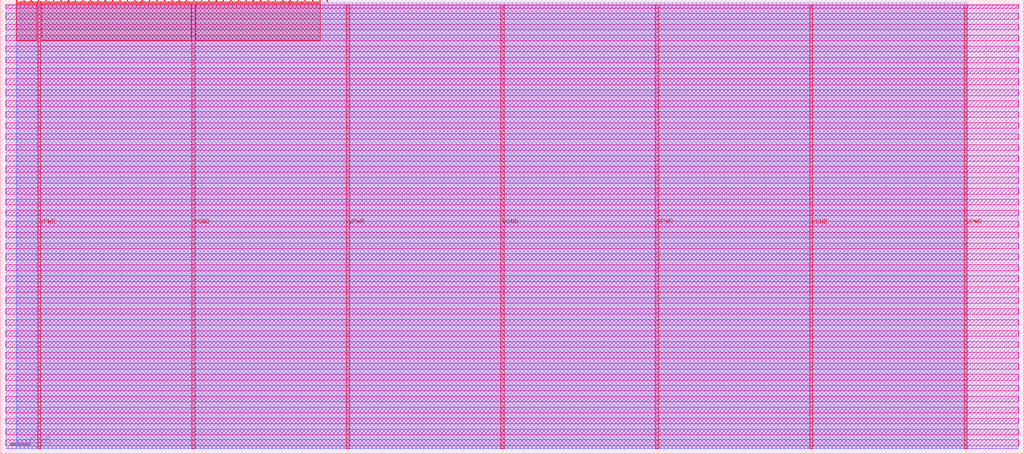
<source format=lef>
VERSION 5.7 ;
  NOWIREEXTENSIONATPIN ON ;
  DIVIDERCHAR "/" ;
  BUSBITCHARS "[]" ;
MACRO tt_um_3x2_test
  CLASS BLOCK ;
  FOREIGN tt_um_3x2_test ;
  ORIGIN 0.000 0.000 ;
  SIZE 508.760 BY 225.760 ;
  PIN VGND
    DIRECTION INOUT ;
    USE GROUND ;
    PORT
      LAYER met4 ;
        RECT 95.080 2.480 96.680 223.280 ;
    END
    PORT
      LAYER met4 ;
        RECT 248.680 2.480 250.280 223.280 ;
    END
    PORT
      LAYER met4 ;
        RECT 402.280 2.480 403.880 223.280 ;
    END
  END VGND
  PIN VPWR
    DIRECTION INOUT ;
    USE POWER ;
    PORT
      LAYER met4 ;
        RECT 18.280 2.480 19.880 223.280 ;
    END
    PORT
      LAYER met4 ;
        RECT 171.880 2.480 173.480 223.280 ;
    END
    PORT
      LAYER met4 ;
        RECT 325.480 2.480 327.080 223.280 ;
    END
    PORT
      LAYER met4 ;
        RECT 479.080 2.480 480.680 223.280 ;
    END
  END VPWR
  PIN clk
    DIRECTION INPUT ;
    USE SIGNAL ;
    ANTENNAGATEAREA 0.852000 ;
    PORT
      LAYER met4 ;
        RECT 158.550 224.760 158.850 225.760 ;
    END
  END clk
  PIN ena
    DIRECTION INPUT ;
    USE SIGNAL ;
    PORT
      LAYER met4 ;
        RECT 162.230 224.760 162.530 225.760 ;
    END
  END ena
  PIN rst_n
    DIRECTION INPUT ;
    USE SIGNAL ;
    ANTENNAGATEAREA 0.213000 ;
    PORT
      LAYER met4 ;
        RECT 154.870 224.760 155.170 225.760 ;
    END
  END rst_n
  PIN ui_in[0]
    DIRECTION INPUT ;
    USE SIGNAL ;
    ANTENNAGATEAREA 0.196500 ;
    PORT
      LAYER met4 ;
        RECT 151.190 224.760 151.490 225.760 ;
    END
  END ui_in[0]
  PIN ui_in[1]
    DIRECTION INPUT ;
    USE SIGNAL ;
    ANTENNAGATEAREA 0.196500 ;
    PORT
      LAYER met4 ;
        RECT 147.510 224.760 147.810 225.760 ;
    END
  END ui_in[1]
  PIN ui_in[2]
    DIRECTION INPUT ;
    USE SIGNAL ;
    ANTENNAGATEAREA 0.196500 ;
    PORT
      LAYER met4 ;
        RECT 143.830 224.760 144.130 225.760 ;
    END
  END ui_in[2]
  PIN ui_in[3]
    DIRECTION INPUT ;
    USE SIGNAL ;
    ANTENNAGATEAREA 0.196500 ;
    PORT
      LAYER met4 ;
        RECT 140.150 224.760 140.450 225.760 ;
    END
  END ui_in[3]
  PIN ui_in[4]
    DIRECTION INPUT ;
    USE SIGNAL ;
    ANTENNAGATEAREA 0.196500 ;
    PORT
      LAYER met4 ;
        RECT 136.470 224.760 136.770 225.760 ;
    END
  END ui_in[4]
  PIN ui_in[5]
    DIRECTION INPUT ;
    USE SIGNAL ;
    ANTENNAGATEAREA 0.196500 ;
    PORT
      LAYER met4 ;
        RECT 132.790 224.760 133.090 225.760 ;
    END
  END ui_in[5]
  PIN ui_in[6]
    DIRECTION INPUT ;
    USE SIGNAL ;
    ANTENNAGATEAREA 0.196500 ;
    PORT
      LAYER met4 ;
        RECT 129.110 224.760 129.410 225.760 ;
    END
  END ui_in[6]
  PIN ui_in[7]
    DIRECTION INPUT ;
    USE SIGNAL ;
    ANTENNAGATEAREA 0.196500 ;
    PORT
      LAYER met4 ;
        RECT 125.430 224.760 125.730 225.760 ;
    END
  END ui_in[7]
  PIN uio_in[0]
    DIRECTION INPUT ;
    USE SIGNAL ;
    PORT
      LAYER met4 ;
        RECT 121.750 224.760 122.050 225.760 ;
    END
  END uio_in[0]
  PIN uio_in[1]
    DIRECTION INPUT ;
    USE SIGNAL ;
    PORT
      LAYER met4 ;
        RECT 118.070 224.760 118.370 225.760 ;
    END
  END uio_in[1]
  PIN uio_in[2]
    DIRECTION INPUT ;
    USE SIGNAL ;
    PORT
      LAYER met4 ;
        RECT 114.390 224.760 114.690 225.760 ;
    END
  END uio_in[2]
  PIN uio_in[3]
    DIRECTION INPUT ;
    USE SIGNAL ;
    PORT
      LAYER met4 ;
        RECT 110.710 224.760 111.010 225.760 ;
    END
  END uio_in[3]
  PIN uio_in[4]
    DIRECTION INPUT ;
    USE SIGNAL ;
    PORT
      LAYER met4 ;
        RECT 107.030 224.760 107.330 225.760 ;
    END
  END uio_in[4]
  PIN uio_in[5]
    DIRECTION INPUT ;
    USE SIGNAL ;
    PORT
      LAYER met4 ;
        RECT 103.350 224.760 103.650 225.760 ;
    END
  END uio_in[5]
  PIN uio_in[6]
    DIRECTION INPUT ;
    USE SIGNAL ;
    PORT
      LAYER met4 ;
        RECT 99.670 224.760 99.970 225.760 ;
    END
  END uio_in[6]
  PIN uio_in[7]
    DIRECTION INPUT ;
    USE SIGNAL ;
    PORT
      LAYER met4 ;
        RECT 95.990 224.760 96.290 225.760 ;
    END
  END uio_in[7]
  PIN uio_oe[0]
    DIRECTION OUTPUT TRISTATE ;
    USE SIGNAL ;
    PORT
      LAYER met4 ;
        RECT 33.430 224.760 33.730 225.760 ;
    END
  END uio_oe[0]
  PIN uio_oe[1]
    DIRECTION OUTPUT TRISTATE ;
    USE SIGNAL ;
    PORT
      LAYER met4 ;
        RECT 29.750 224.760 30.050 225.760 ;
    END
  END uio_oe[1]
  PIN uio_oe[2]
    DIRECTION OUTPUT TRISTATE ;
    USE SIGNAL ;
    PORT
      LAYER met4 ;
        RECT 26.070 224.760 26.370 225.760 ;
    END
  END uio_oe[2]
  PIN uio_oe[3]
    DIRECTION OUTPUT TRISTATE ;
    USE SIGNAL ;
    PORT
      LAYER met4 ;
        RECT 22.390 224.760 22.690 225.760 ;
    END
  END uio_oe[3]
  PIN uio_oe[4]
    DIRECTION OUTPUT TRISTATE ;
    USE SIGNAL ;
    PORT
      LAYER met4 ;
        RECT 18.710 224.760 19.010 225.760 ;
    END
  END uio_oe[4]
  PIN uio_oe[5]
    DIRECTION OUTPUT TRISTATE ;
    USE SIGNAL ;
    PORT
      LAYER met4 ;
        RECT 15.030 224.760 15.330 225.760 ;
    END
  END uio_oe[5]
  PIN uio_oe[6]
    DIRECTION OUTPUT TRISTATE ;
    USE SIGNAL ;
    PORT
      LAYER met4 ;
        RECT 11.350 224.760 11.650 225.760 ;
    END
  END uio_oe[6]
  PIN uio_oe[7]
    DIRECTION OUTPUT TRISTATE ;
    USE SIGNAL ;
    PORT
      LAYER met4 ;
        RECT 7.670 224.760 7.970 225.760 ;
    END
  END uio_oe[7]
  PIN uio_out[0]
    DIRECTION OUTPUT TRISTATE ;
    USE SIGNAL ;
    ANTENNADIFFAREA 0.795200 ;
    PORT
      LAYER met4 ;
        RECT 62.870 224.760 63.170 225.760 ;
    END
  END uio_out[0]
  PIN uio_out[1]
    DIRECTION OUTPUT TRISTATE ;
    USE SIGNAL ;
    ANTENNADIFFAREA 0.795200 ;
    PORT
      LAYER met4 ;
        RECT 59.190 224.760 59.490 225.760 ;
    END
  END uio_out[1]
  PIN uio_out[2]
    DIRECTION OUTPUT TRISTATE ;
    USE SIGNAL ;
    ANTENNADIFFAREA 0.795200 ;
    PORT
      LAYER met4 ;
        RECT 55.510 224.760 55.810 225.760 ;
    END
  END uio_out[2]
  PIN uio_out[3]
    DIRECTION OUTPUT TRISTATE ;
    USE SIGNAL ;
    ANTENNADIFFAREA 0.445500 ;
    PORT
      LAYER met4 ;
        RECT 51.830 224.760 52.130 225.760 ;
    END
  END uio_out[3]
  PIN uio_out[4]
    DIRECTION OUTPUT TRISTATE ;
    USE SIGNAL ;
    ANTENNADIFFAREA 0.795200 ;
    PORT
      LAYER met4 ;
        RECT 48.150 224.760 48.450 225.760 ;
    END
  END uio_out[4]
  PIN uio_out[5]
    DIRECTION OUTPUT TRISTATE ;
    USE SIGNAL ;
    ANTENNADIFFAREA 0.795200 ;
    PORT
      LAYER met4 ;
        RECT 44.470 224.760 44.770 225.760 ;
    END
  END uio_out[5]
  PIN uio_out[6]
    DIRECTION OUTPUT TRISTATE ;
    USE SIGNAL ;
    ANTENNADIFFAREA 0.795200 ;
    PORT
      LAYER met4 ;
        RECT 40.790 224.760 41.090 225.760 ;
    END
  END uio_out[6]
  PIN uio_out[7]
    DIRECTION OUTPUT TRISTATE ;
    USE SIGNAL ;
    ANTENNADIFFAREA 0.795200 ;
    PORT
      LAYER met4 ;
        RECT 37.110 224.760 37.410 225.760 ;
    END
  END uio_out[7]
  PIN uo_out[0]
    DIRECTION OUTPUT TRISTATE ;
    USE SIGNAL ;
    ANTENNADIFFAREA 0.445500 ;
    PORT
      LAYER met4 ;
        RECT 92.310 224.760 92.610 225.760 ;
    END
  END uo_out[0]
  PIN uo_out[1]
    DIRECTION OUTPUT TRISTATE ;
    USE SIGNAL ;
    ANTENNADIFFAREA 0.445500 ;
    PORT
      LAYER met4 ;
        RECT 88.630 224.760 88.930 225.760 ;
    END
  END uo_out[1]
  PIN uo_out[2]
    DIRECTION OUTPUT TRISTATE ;
    USE SIGNAL ;
    ANTENNADIFFAREA 0.445500 ;
    PORT
      LAYER met4 ;
        RECT 84.950 224.760 85.250 225.760 ;
    END
  END uo_out[2]
  PIN uo_out[3]
    DIRECTION OUTPUT TRISTATE ;
    USE SIGNAL ;
    ANTENNADIFFAREA 0.445500 ;
    PORT
      LAYER met4 ;
        RECT 81.270 224.760 81.570 225.760 ;
    END
  END uo_out[3]
  PIN uo_out[4]
    DIRECTION OUTPUT TRISTATE ;
    USE SIGNAL ;
    ANTENNADIFFAREA 0.445500 ;
    PORT
      LAYER met4 ;
        RECT 77.590 224.760 77.890 225.760 ;
    END
  END uo_out[4]
  PIN uo_out[5]
    DIRECTION OUTPUT TRISTATE ;
    USE SIGNAL ;
    ANTENNADIFFAREA 0.445500 ;
    PORT
      LAYER met4 ;
        RECT 73.910 224.760 74.210 225.760 ;
    END
  END uo_out[5]
  PIN uo_out[6]
    DIRECTION OUTPUT TRISTATE ;
    USE SIGNAL ;
    ANTENNADIFFAREA 0.445500 ;
    PORT
      LAYER met4 ;
        RECT 70.230 224.760 70.530 225.760 ;
    END
  END uo_out[6]
  PIN uo_out[7]
    DIRECTION OUTPUT TRISTATE ;
    USE SIGNAL ;
    PORT
      LAYER met4 ;
        RECT 66.550 224.760 66.850 225.760 ;
    END
  END uo_out[7]
  OBS
      LAYER nwell ;
        RECT 2.570 221.625 506.190 223.230 ;
        RECT 2.570 216.185 506.190 219.015 ;
        RECT 2.570 210.745 506.190 213.575 ;
        RECT 2.570 205.305 506.190 208.135 ;
        RECT 2.570 199.865 506.190 202.695 ;
        RECT 2.570 194.425 506.190 197.255 ;
        RECT 2.570 188.985 506.190 191.815 ;
        RECT 2.570 183.545 506.190 186.375 ;
        RECT 2.570 178.105 506.190 180.935 ;
        RECT 2.570 172.665 506.190 175.495 ;
        RECT 2.570 167.225 506.190 170.055 ;
        RECT 2.570 161.785 506.190 164.615 ;
        RECT 2.570 156.345 506.190 159.175 ;
        RECT 2.570 150.905 506.190 153.735 ;
        RECT 2.570 145.465 506.190 148.295 ;
        RECT 2.570 140.025 506.190 142.855 ;
        RECT 2.570 134.585 506.190 137.415 ;
        RECT 2.570 129.145 506.190 131.975 ;
        RECT 2.570 123.705 506.190 126.535 ;
        RECT 2.570 118.265 506.190 121.095 ;
        RECT 2.570 112.825 506.190 115.655 ;
        RECT 2.570 107.385 506.190 110.215 ;
        RECT 2.570 101.945 506.190 104.775 ;
        RECT 2.570 96.505 506.190 99.335 ;
        RECT 2.570 91.065 506.190 93.895 ;
        RECT 2.570 85.625 506.190 88.455 ;
        RECT 2.570 80.185 506.190 83.015 ;
        RECT 2.570 74.745 506.190 77.575 ;
        RECT 2.570 69.305 506.190 72.135 ;
        RECT 2.570 63.865 506.190 66.695 ;
        RECT 2.570 58.425 506.190 61.255 ;
        RECT 2.570 52.985 506.190 55.815 ;
        RECT 2.570 47.545 506.190 50.375 ;
        RECT 2.570 42.105 506.190 44.935 ;
        RECT 2.570 36.665 506.190 39.495 ;
        RECT 2.570 31.225 506.190 34.055 ;
        RECT 2.570 25.785 506.190 28.615 ;
        RECT 2.570 20.345 506.190 23.175 ;
        RECT 2.570 14.905 506.190 17.735 ;
        RECT 2.570 9.465 506.190 12.295 ;
        RECT 2.570 4.025 506.190 6.855 ;
      LAYER li1 ;
        RECT 2.760 2.635 506.000 223.125 ;
      LAYER met1 ;
        RECT 2.760 2.480 506.000 223.280 ;
      LAYER met2 ;
        RECT 7.910 2.535 480.650 224.245 ;
      LAYER met3 ;
        RECT 7.630 2.555 480.670 224.225 ;
      LAYER met4 ;
        RECT 8.370 224.360 10.950 224.760 ;
        RECT 12.050 224.360 14.630 224.760 ;
        RECT 15.730 224.360 18.310 224.760 ;
        RECT 19.410 224.360 21.990 224.760 ;
        RECT 23.090 224.360 25.670 224.760 ;
        RECT 26.770 224.360 29.350 224.760 ;
        RECT 30.450 224.360 33.030 224.760 ;
        RECT 34.130 224.360 36.710 224.760 ;
        RECT 37.810 224.360 40.390 224.760 ;
        RECT 41.490 224.360 44.070 224.760 ;
        RECT 45.170 224.360 47.750 224.760 ;
        RECT 48.850 224.360 51.430 224.760 ;
        RECT 52.530 224.360 55.110 224.760 ;
        RECT 56.210 224.360 58.790 224.760 ;
        RECT 59.890 224.360 62.470 224.760 ;
        RECT 63.570 224.360 66.150 224.760 ;
        RECT 67.250 224.360 69.830 224.760 ;
        RECT 70.930 224.360 73.510 224.760 ;
        RECT 74.610 224.360 77.190 224.760 ;
        RECT 78.290 224.360 80.870 224.760 ;
        RECT 81.970 224.360 84.550 224.760 ;
        RECT 85.650 224.360 88.230 224.760 ;
        RECT 89.330 224.360 91.910 224.760 ;
        RECT 93.010 224.360 95.590 224.760 ;
        RECT 96.690 224.360 99.270 224.760 ;
        RECT 100.370 224.360 102.950 224.760 ;
        RECT 104.050 224.360 106.630 224.760 ;
        RECT 107.730 224.360 110.310 224.760 ;
        RECT 111.410 224.360 113.990 224.760 ;
        RECT 115.090 224.360 117.670 224.760 ;
        RECT 118.770 224.360 121.350 224.760 ;
        RECT 122.450 224.360 125.030 224.760 ;
        RECT 126.130 224.360 128.710 224.760 ;
        RECT 129.810 224.360 132.390 224.760 ;
        RECT 133.490 224.360 136.070 224.760 ;
        RECT 137.170 224.360 139.750 224.760 ;
        RECT 140.850 224.360 143.430 224.760 ;
        RECT 144.530 224.360 147.110 224.760 ;
        RECT 148.210 224.360 150.790 224.760 ;
        RECT 151.890 224.360 154.470 224.760 ;
        RECT 155.570 224.360 158.150 224.760 ;
        RECT 7.655 223.680 158.865 224.360 ;
        RECT 7.655 205.535 17.880 223.680 ;
        RECT 20.280 205.535 94.680 223.680 ;
        RECT 97.080 205.535 158.865 223.680 ;
  END
END tt_um_3x2_test
END LIBRARY


</source>
